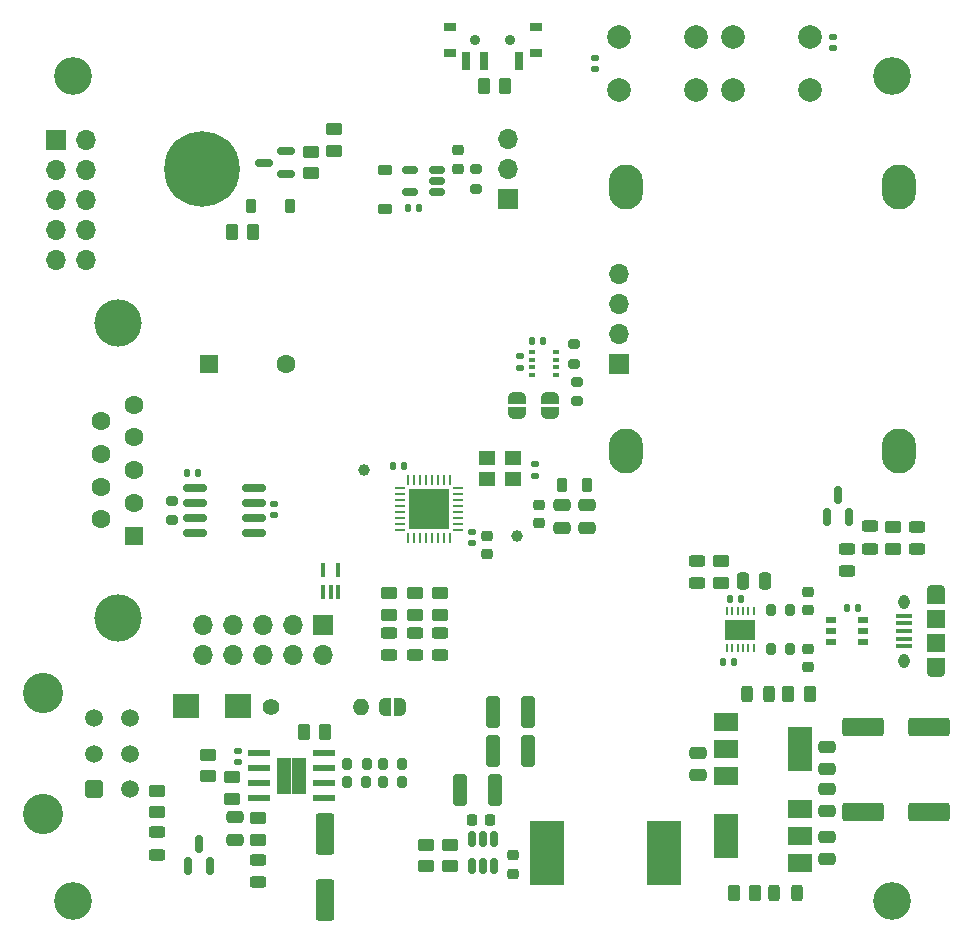
<source format=gbr>
%TF.GenerationSoftware,KiCad,Pcbnew,7.0.6*%
%TF.CreationDate,2023-12-02T19:53:02-07:00*%
%TF.ProjectId,H2 Sensor Board Lucy Rev 1,48322053-656e-4736-9f72-20426f617264,rev?*%
%TF.SameCoordinates,Original*%
%TF.FileFunction,Soldermask,Top*%
%TF.FilePolarity,Negative*%
%FSLAX46Y46*%
G04 Gerber Fmt 4.6, Leading zero omitted, Abs format (unit mm)*
G04 Created by KiCad (PCBNEW 7.0.6) date 2023-12-02 19:53:02*
%MOMM*%
%LPD*%
G01*
G04 APERTURE LIST*
G04 Aperture macros list*
%AMRoundRect*
0 Rectangle with rounded corners*
0 $1 Rounding radius*
0 $2 $3 $4 $5 $6 $7 $8 $9 X,Y pos of 4 corners*
0 Add a 4 corners polygon primitive as box body*
4,1,4,$2,$3,$4,$5,$6,$7,$8,$9,$2,$3,0*
0 Add four circle primitives for the rounded corners*
1,1,$1+$1,$2,$3*
1,1,$1+$1,$4,$5*
1,1,$1+$1,$6,$7*
1,1,$1+$1,$8,$9*
0 Add four rect primitives between the rounded corners*
20,1,$1+$1,$2,$3,$4,$5,0*
20,1,$1+$1,$4,$5,$6,$7,0*
20,1,$1+$1,$6,$7,$8,$9,0*
20,1,$1+$1,$8,$9,$2,$3,0*%
%AMFreePoly0*
4,1,19,0.500000,-0.750000,0.000000,-0.750000,0.000000,-0.744911,-0.071157,-0.744911,-0.207708,-0.704816,-0.327430,-0.627875,-0.420627,-0.520320,-0.479746,-0.390866,-0.500000,-0.250000,-0.500000,0.250000,-0.479746,0.390866,-0.420627,0.520320,-0.327430,0.627875,-0.207708,0.704816,-0.071157,0.744911,0.000000,0.744911,0.000000,0.750000,0.500000,0.750000,0.500000,-0.750000,0.500000,-0.750000,
$1*%
%AMFreePoly1*
4,1,19,0.000000,0.744911,0.071157,0.744911,0.207708,0.704816,0.327430,0.627875,0.420627,0.520320,0.479746,0.390866,0.500000,0.250000,0.500000,-0.250000,0.479746,-0.390866,0.420627,-0.520320,0.327430,-0.627875,0.207708,-0.704816,0.071157,-0.744911,0.000000,-0.744911,0.000000,-0.750000,-0.500000,-0.750000,-0.500000,0.750000,0.000000,0.750000,0.000000,0.744911,0.000000,0.744911,
$1*%
G04 Aperture macros list end*
%ADD10RoundRect,0.250001X0.499999X-0.499999X0.499999X0.499999X-0.499999X0.499999X-0.499999X-0.499999X0*%
%ADD11C,1.500000*%
%ADD12C,3.410000*%
%ADD13RoundRect,0.140000X-0.140000X-0.170000X0.140000X-0.170000X0.140000X0.170000X-0.140000X0.170000X0*%
%ADD14R,0.250000X0.650000*%
%ADD15R,2.500000X1.700000*%
%ADD16RoundRect,0.250000X-0.475000X0.250000X-0.475000X-0.250000X0.475000X-0.250000X0.475000X0.250000X0*%
%ADD17RoundRect,0.225000X-0.250000X0.225000X-0.250000X-0.225000X0.250000X-0.225000X0.250000X0.225000X0*%
%ADD18RoundRect,0.250000X0.475000X-0.250000X0.475000X0.250000X-0.475000X0.250000X-0.475000X-0.250000X0*%
%ADD19RoundRect,0.200000X-0.200000X-0.275000X0.200000X-0.275000X0.200000X0.275000X-0.200000X0.275000X0*%
%ADD20RoundRect,0.250000X0.450000X-0.262500X0.450000X0.262500X-0.450000X0.262500X-0.450000X-0.262500X0*%
%ADD21RoundRect,0.225000X-0.225000X-0.250000X0.225000X-0.250000X0.225000X0.250000X-0.225000X0.250000X0*%
%ADD22R,2.200000X2.150000*%
%ADD23RoundRect,0.250000X-0.250000X-0.475000X0.250000X-0.475000X0.250000X0.475000X-0.250000X0.475000X0*%
%ADD24RoundRect,0.062500X0.375000X0.062500X-0.375000X0.062500X-0.375000X-0.062500X0.375000X-0.062500X0*%
%ADD25RoundRect,0.062500X0.062500X0.375000X-0.062500X0.375000X-0.062500X-0.375000X0.062500X-0.375000X0*%
%ADD26R,3.450000X3.450000*%
%ADD27C,3.200000*%
%ADD28RoundRect,0.200000X0.200000X0.275000X-0.200000X0.275000X-0.200000X-0.275000X0.200000X-0.275000X0*%
%ADD29C,4.000000*%
%ADD30R,1.600000X1.600000*%
%ADD31C,1.600000*%
%ADD32RoundRect,0.200000X0.275000X-0.200000X0.275000X0.200000X-0.275000X0.200000X-0.275000X-0.200000X0*%
%ADD33RoundRect,0.250000X-0.325000X-1.100000X0.325000X-1.100000X0.325000X1.100000X-0.325000X1.100000X0*%
%ADD34RoundRect,0.250000X-0.450000X0.262500X-0.450000X-0.262500X0.450000X-0.262500X0.450000X0.262500X0*%
%ADD35RoundRect,0.150000X0.825000X0.150000X-0.825000X0.150000X-0.825000X-0.150000X0.825000X-0.150000X0*%
%ADD36FreePoly0,270.000000*%
%ADD37FreePoly1,270.000000*%
%ADD38RoundRect,0.218750X-0.218750X-0.381250X0.218750X-0.381250X0.218750X0.381250X-0.218750X0.381250X0*%
%ADD39RoundRect,0.140000X-0.170000X0.140000X-0.170000X-0.140000X0.170000X-0.140000X0.170000X0.140000X0*%
%ADD40R,1.910000X0.610000*%
%ADD41R,1.205000X1.550000*%
%ADD42RoundRect,0.140000X0.140000X0.170000X-0.140000X0.170000X-0.140000X-0.170000X0.140000X-0.170000X0*%
%ADD43R,0.500000X0.350000*%
%ADD44FreePoly0,0.000000*%
%ADD45FreePoly1,0.000000*%
%ADD46RoundRect,0.243750X-0.243750X-0.456250X0.243750X-0.456250X0.243750X0.456250X-0.243750X0.456250X0*%
%ADD47RoundRect,0.225000X0.250000X-0.225000X0.250000X0.225000X-0.250000X0.225000X-0.250000X-0.225000X0*%
%ADD48R,0.972299X0.558000*%
%ADD49C,1.000000*%
%ADD50RoundRect,0.150000X0.150000X-0.587500X0.150000X0.587500X-0.150000X0.587500X-0.150000X-0.587500X0*%
%ADD51RoundRect,0.243750X-0.456250X0.243750X-0.456250X-0.243750X0.456250X-0.243750X0.456250X0.243750X0*%
%ADD52O,2.900000X3.800000*%
%ADD53R,1.700000X1.700000*%
%ADD54O,1.700000X1.700000*%
%ADD55RoundRect,0.200000X-0.275000X0.200000X-0.275000X-0.200000X0.275000X-0.200000X0.275000X0.200000X0*%
%ADD56C,2.000000*%
%ADD57RoundRect,0.250000X0.325000X1.100000X-0.325000X1.100000X-0.325000X-1.100000X0.325000X-1.100000X0*%
%ADD58RoundRect,0.150000X0.587500X0.150000X-0.587500X0.150000X-0.587500X-0.150000X0.587500X-0.150000X0*%
%ADD59RoundRect,0.140000X0.170000X-0.140000X0.170000X0.140000X-0.170000X0.140000X-0.170000X-0.140000X0*%
%ADD60RoundRect,0.250000X-0.550000X1.500000X-0.550000X-1.500000X0.550000X-1.500000X0.550000X1.500000X0*%
%ADD61RoundRect,0.250000X-0.262500X-0.450000X0.262500X-0.450000X0.262500X0.450000X-0.262500X0.450000X0*%
%ADD62RoundRect,0.243750X0.456250X-0.243750X0.456250X0.243750X-0.456250X0.243750X-0.456250X-0.243750X0*%
%ADD63RoundRect,0.250000X0.262500X0.450000X-0.262500X0.450000X-0.262500X-0.450000X0.262500X-0.450000X0*%
%ADD64R,1.000000X0.800000*%
%ADD65C,0.900000*%
%ADD66R,0.700000X1.500000*%
%ADD67R,0.400000X1.200000*%
%ADD68R,1.400000X1.200000*%
%ADD69R,2.900000X5.400000*%
%ADD70R,1.350000X0.400000*%
%ADD71O,1.550000X0.890000*%
%ADD72R,1.550000X1.200000*%
%ADD73O,0.950000X1.250000*%
%ADD74R,1.550000X1.500000*%
%ADD75RoundRect,0.243750X0.243750X0.456250X-0.243750X0.456250X-0.243750X-0.456250X0.243750X-0.456250X0*%
%ADD76R,2.000000X1.500000*%
%ADD77R,2.000000X3.800000*%
%ADD78C,1.400000*%
%ADD79O,1.400000X1.400000*%
%ADD80RoundRect,0.225000X-0.375000X0.225000X-0.375000X-0.225000X0.375000X-0.225000X0.375000X0.225000X0*%
%ADD81RoundRect,0.250000X-1.500000X-0.550000X1.500000X-0.550000X1.500000X0.550000X-1.500000X0.550000X0*%
%ADD82RoundRect,0.225000X-0.225000X-0.375000X0.225000X-0.375000X0.225000X0.375000X-0.225000X0.375000X0*%
%ADD83C,6.400000*%
%ADD84RoundRect,0.150000X0.512500X0.150000X-0.512500X0.150000X-0.512500X-0.150000X0.512500X-0.150000X0*%
%ADD85RoundRect,0.150000X-0.150000X0.512500X-0.150000X-0.512500X0.150000X-0.512500X0.150000X0.512500X0*%
G04 APERTURE END LIST*
D10*
%TO.C,J2*%
X94787000Y-135334000D03*
D11*
X94787000Y-132334000D03*
X94787000Y-129334000D03*
X97787000Y-135334000D03*
X97787000Y-132334000D03*
X97787000Y-129334000D03*
D12*
X90467000Y-137484000D03*
X90467000Y-127184000D03*
%TD*%
D13*
%TO.C,C7*%
X120043000Y-107950000D03*
X121003000Y-107950000D03*
%TD*%
D14*
%TO.C,U8*%
X150604000Y-120309000D03*
X150154000Y-120309000D03*
X149704000Y-120309000D03*
X149254000Y-120309000D03*
X148804000Y-120309000D03*
X148354000Y-120309000D03*
X148354000Y-123409000D03*
X148804000Y-123409000D03*
X149254000Y-123409000D03*
X149704000Y-123409000D03*
X150154000Y-123409000D03*
X150604000Y-123409000D03*
D15*
X149479000Y-121859000D03*
%TD*%
D13*
%TO.C,C29*%
X131854000Y-97409000D03*
X132814000Y-97409000D03*
%TD*%
D16*
%TO.C,C22*%
X156845000Y-131765000D03*
X156845000Y-133665000D03*
%TD*%
D17*
%TO.C,C18*%
X130252000Y-140957000D03*
X130252000Y-142507000D03*
%TD*%
D18*
%TO.C,C23*%
X156845000Y-137221000D03*
X156845000Y-135321000D03*
%TD*%
D19*
%TO.C,R3*%
X116142000Y-134747000D03*
X117792000Y-134747000D03*
%TD*%
%TO.C,R2*%
X116218200Y-133197600D03*
X117868200Y-133197600D03*
%TD*%
D20*
%TO.C,R5*%
X104394000Y-134262500D03*
X104394000Y-132437500D03*
%TD*%
D21*
%TO.C,C15*%
X126733000Y-137922000D03*
X128283000Y-137922000D03*
%TD*%
D16*
%TO.C,C24*%
X156845000Y-139394000D03*
X156845000Y-141294000D03*
%TD*%
D22*
%TO.C,D10*%
X106975000Y-128270000D03*
X102575000Y-128270000D03*
%TD*%
D23*
%TO.C,C13*%
X149672000Y-117729000D03*
X151572000Y-117729000D03*
%TD*%
D24*
%TO.C,U1*%
X125568500Y-113373000D03*
X125568500Y-112873000D03*
X125568500Y-112373000D03*
X125568500Y-111873000D03*
X125568500Y-111373000D03*
X125568500Y-110873000D03*
X125568500Y-110373000D03*
X125568500Y-109873000D03*
D25*
X124881000Y-109185500D03*
X124381000Y-109185500D03*
X123881000Y-109185500D03*
X123381000Y-109185500D03*
X122881000Y-109185500D03*
X122381000Y-109185500D03*
X121881000Y-109185500D03*
X121381000Y-109185500D03*
D24*
X120693500Y-109873000D03*
X120693500Y-110373000D03*
X120693500Y-110873000D03*
X120693500Y-111373000D03*
X120693500Y-111873000D03*
X120693500Y-112373000D03*
X120693500Y-112873000D03*
X120693500Y-113373000D03*
D25*
X121381000Y-114060500D03*
X121881000Y-114060500D03*
X122381000Y-114060500D03*
X122881000Y-114060500D03*
X123381000Y-114060500D03*
X123881000Y-114060500D03*
X124381000Y-114060500D03*
X124881000Y-114060500D03*
D26*
X123131000Y-111623000D03*
%TD*%
D27*
%TO.C,H3*%
X162306000Y-144780000D03*
%TD*%
D28*
%TO.C,R27*%
X120840000Y-133223000D03*
X119190000Y-133223000D03*
%TD*%
D20*
%TO.C,R24*%
X115062000Y-81303500D03*
X115062000Y-79478500D03*
%TD*%
D29*
%TO.C,J3*%
X96751000Y-95843000D03*
X96751000Y-120843000D03*
D30*
X98171000Y-113883000D03*
D31*
X98171000Y-111113000D03*
X98171000Y-108343000D03*
X98171000Y-105573000D03*
X98171000Y-102803000D03*
X95331000Y-112498000D03*
X95331000Y-109728000D03*
X95331000Y-106958000D03*
X95331000Y-104188000D03*
%TD*%
D32*
%TO.C,R25*%
X127127000Y-84518000D03*
X127127000Y-82868000D03*
%TD*%
D33*
%TO.C,C28*%
X125779000Y-135382000D03*
X128729000Y-135382000D03*
%TD*%
D34*
%TO.C,R7*%
X100076000Y-135485500D03*
X100076000Y-137310500D03*
%TD*%
D35*
%TO.C,U7*%
X108266000Y-113665000D03*
X108266000Y-112395000D03*
X108266000Y-111125000D03*
X108266000Y-109855000D03*
X103316000Y-109855000D03*
X103316000Y-111125000D03*
X103316000Y-112395000D03*
X103316000Y-113665000D03*
%TD*%
D36*
%TO.C,JP1*%
X133350000Y-102220000D03*
D37*
X133350000Y-103520000D03*
%TD*%
D38*
%TO.C,FB1*%
X134400000Y-109601000D03*
X136525000Y-109601000D03*
%TD*%
D39*
%TO.C,C8*%
X126746000Y-113566000D03*
X126746000Y-114526000D03*
%TD*%
D34*
%TO.C,R6*%
X106426000Y-134342500D03*
X106426000Y-136167500D03*
%TD*%
D20*
%TO.C,R16*%
X147828000Y-117879500D03*
X147828000Y-116054500D03*
%TD*%
D40*
%TO.C,U4*%
X108704000Y-132325000D03*
X108704000Y-133595000D03*
X108704000Y-134865000D03*
X108704000Y-136135000D03*
X114264000Y-136135000D03*
X114264000Y-134865000D03*
X114264000Y-133595000D03*
X114264000Y-132325000D03*
D41*
X110881500Y-133455000D03*
X110881500Y-135005000D03*
X112086500Y-133455000D03*
X112086500Y-135005000D03*
%TD*%
D39*
%TO.C,C3*%
X137160000Y-73447000D03*
X137160000Y-74407000D03*
%TD*%
D42*
%TO.C,C5*%
X103604000Y-108585000D03*
X102644000Y-108585000D03*
%TD*%
D17*
%TO.C,C26*%
X155187000Y-118671000D03*
X155187000Y-120221000D03*
%TD*%
D43*
%TO.C,U9*%
X133876000Y-98339000D03*
X133876000Y-98989000D03*
X133876000Y-99639000D03*
X133876000Y-100289000D03*
X131826000Y-100289000D03*
X131826000Y-99639000D03*
X131826000Y-98989000D03*
X131826000Y-98339000D03*
%TD*%
D34*
%TO.C,R19*%
X162407600Y-113159000D03*
X162407600Y-114984000D03*
%TD*%
D27*
%TO.C,H2*%
X162306000Y-74930000D03*
%TD*%
D44*
%TO.C,JP3*%
X119365000Y-128397000D03*
D45*
X120665000Y-128397000D03*
%TD*%
D46*
%TO.C,D2*%
X150022000Y-127305000D03*
X151897000Y-127305000D03*
%TD*%
D47*
%TO.C,C31*%
X125603000Y-82817000D03*
X125603000Y-81267000D03*
%TD*%
D48*
%TO.C,D13*%
X159858451Y-122920801D03*
X159858451Y-121970800D03*
X159858451Y-121020799D03*
X157133549Y-121020799D03*
X157133549Y-121970800D03*
X157133549Y-122920801D03*
%TD*%
D49*
%TO.C,TP2*%
X130556000Y-113919000D03*
%TD*%
D34*
%TO.C,R23*%
X113108500Y-81383500D03*
X113108500Y-83208500D03*
%TD*%
D50*
%TO.C,D11*%
X156784000Y-112313500D03*
X158684000Y-112313500D03*
X157734000Y-110438500D03*
%TD*%
D34*
%TO.C,R9*%
X122886000Y-140057500D03*
X122886000Y-141882500D03*
%TD*%
D51*
%TO.C,D14*%
X164439600Y-113134000D03*
X164439600Y-115009000D03*
%TD*%
D52*
%TO.C,J8*%
X139827000Y-106680000D03*
X162941000Y-106680000D03*
X139827000Y-84328000D03*
X162941000Y-84328000D03*
D53*
X139192000Y-99314000D03*
D54*
X139192000Y-96774000D03*
X139192000Y-94234000D03*
X139192000Y-91694000D03*
%TD*%
D17*
%TO.C,C10*%
X132461000Y-111305000D03*
X132461000Y-112855000D03*
%TD*%
D55*
%TO.C,R21*%
X135382000Y-97664000D03*
X135382000Y-99314000D03*
%TD*%
D56*
%TO.C,SW2*%
X148844000Y-71664000D03*
X155344000Y-71664000D03*
X148844000Y-76164000D03*
X155344000Y-76164000D03*
%TD*%
D57*
%TO.C,C16*%
X131523000Y-128778000D03*
X128573000Y-128778000D03*
%TD*%
D53*
%TO.C,J4*%
X91562000Y-80391000D03*
D54*
X94102000Y-80391000D03*
X91562000Y-82931000D03*
X94102000Y-82931000D03*
X91562000Y-85471000D03*
X94102000Y-85471000D03*
X91562000Y-88011000D03*
X94102000Y-88011000D03*
X91562000Y-90551000D03*
X94102000Y-90551000D03*
%TD*%
D58*
%TO.C,Q2*%
X110998000Y-83246000D03*
X110998000Y-81346000D03*
X109123000Y-82296000D03*
%TD*%
D20*
%TO.C,R15*%
X119761000Y-120595000D03*
X119761000Y-118770000D03*
%TD*%
D28*
%TO.C,R28*%
X120840000Y-134747000D03*
X119190000Y-134747000D03*
%TD*%
D59*
%TO.C,C4*%
X109982000Y-112138400D03*
X109982000Y-111178400D03*
%TD*%
D16*
%TO.C,C25*%
X106680000Y-137734000D03*
X106680000Y-139634000D03*
%TD*%
D60*
%TO.C,C20*%
X114356500Y-139125000D03*
X114356500Y-144725000D03*
%TD*%
D27*
%TO.C,H1*%
X92964000Y-74930000D03*
%TD*%
D61*
%TO.C,R11*%
X148917500Y-144154000D03*
X150742500Y-144154000D03*
%TD*%
D62*
%TO.C,D8*%
X119761000Y-124000500D03*
X119761000Y-122125500D03*
%TD*%
D63*
%TO.C,R10*%
X155379500Y-127305000D03*
X153554500Y-127305000D03*
%TD*%
D39*
%TO.C,C1*%
X132080000Y-107851000D03*
X132080000Y-108811000D03*
%TD*%
D42*
%TO.C,C14*%
X149578000Y-119253000D03*
X148618000Y-119253000D03*
%TD*%
D64*
%TO.C,SW1*%
X132162000Y-73010000D03*
X132162000Y-70800000D03*
D65*
X130012000Y-71900000D03*
X127012000Y-71900000D03*
D64*
X124862000Y-73010000D03*
X124862000Y-70800000D03*
D66*
X130762000Y-73660000D03*
X127762000Y-73660000D03*
X126262000Y-73660000D03*
%TD*%
D13*
%TO.C,C35*%
X121313000Y-86106000D03*
X122273000Y-86106000D03*
%TD*%
D62*
%TO.C,F1*%
X160477200Y-114983500D03*
X160477200Y-113108500D03*
%TD*%
D18*
%TO.C,C21*%
X145923000Y-134173000D03*
X145923000Y-132273000D03*
%TD*%
D56*
%TO.C,SW3*%
X139244000Y-71664000D03*
X145744000Y-71664000D03*
X139244000Y-76164000D03*
X145744000Y-76164000D03*
%TD*%
D42*
%TO.C,C27*%
X159484000Y-119989600D03*
X158524000Y-119989600D03*
%TD*%
D27*
%TO.C,H4*%
X93000000Y-144780000D03*
%TD*%
D67*
%TO.C,IC1*%
X114158000Y-118679000D03*
X114808000Y-118679000D03*
X115458000Y-118679000D03*
X115458000Y-116779000D03*
X114158000Y-116779000D03*
%TD*%
D68*
%TO.C,U2*%
X130259000Y-107354000D03*
X128059000Y-107354000D03*
X128059000Y-109054000D03*
X130259000Y-109054000D03*
%TD*%
D69*
%TO.C,L1*%
X133102000Y-140716000D03*
X143002000Y-140716000D03*
%TD*%
D30*
%TO.C,BZ1*%
X104498000Y-99314000D03*
D31*
X110998000Y-99314000D03*
%TD*%
D70*
%TO.C,J6*%
X163315000Y-123265000D03*
X163315000Y-122615000D03*
X163315000Y-121965000D03*
X163315000Y-121315000D03*
X163315000Y-120665000D03*
D71*
X166015000Y-125465000D03*
D72*
X166015000Y-124865000D03*
D73*
X163315000Y-124465000D03*
D74*
X166015000Y-122965000D03*
X166015000Y-120965000D03*
D73*
X163315000Y-119465000D03*
D72*
X166015000Y-119065000D03*
D71*
X166015000Y-118465000D03*
%TD*%
D75*
%TO.C,D3*%
X154245000Y-144154000D03*
X152370000Y-144154000D03*
%TD*%
D16*
%TO.C,C11*%
X134366000Y-111318000D03*
X134366000Y-113218000D03*
%TD*%
D76*
%TO.C,U3*%
X148234000Y-129653000D03*
X148234000Y-131953000D03*
D77*
X154534000Y-131953000D03*
D76*
X148234000Y-134253000D03*
%TD*%
D50*
%TO.C,Q1*%
X102682000Y-141829000D03*
X104582000Y-141829000D03*
X103632000Y-139954000D03*
%TD*%
D42*
%TO.C,C6*%
X148943000Y-124587000D03*
X147983000Y-124587000D03*
%TD*%
D39*
%TO.C,C2*%
X157353000Y-71656000D03*
X157353000Y-72616000D03*
%TD*%
D19*
%TO.C,R18*%
X152076000Y-120208000D03*
X153726000Y-120208000D03*
%TD*%
D20*
%TO.C,R13*%
X124079000Y-120595000D03*
X124079000Y-118770000D03*
%TD*%
D61*
%TO.C,R1*%
X127738500Y-75819000D03*
X129563500Y-75819000D03*
%TD*%
D59*
%TO.C,C30*%
X130810000Y-99667000D03*
X130810000Y-98707000D03*
%TD*%
D36*
%TO.C,JP2*%
X130556000Y-102220000D03*
D37*
X130556000Y-103520000D03*
%TD*%
D63*
%TO.C,R4*%
X114348900Y-130505200D03*
X112523900Y-130505200D03*
%TD*%
D62*
%TO.C,D4*%
X108641500Y-143237500D03*
X108641500Y-141362500D03*
%TD*%
D47*
%TO.C,C19*%
X155187000Y-125047000D03*
X155187000Y-123497000D03*
%TD*%
D32*
%TO.C,R22*%
X135636000Y-102488000D03*
X135636000Y-100838000D03*
%TD*%
D51*
%TO.C,D12*%
X145796000Y-116029500D03*
X145796000Y-117904500D03*
%TD*%
D78*
%TO.C,R20*%
X109728000Y-128397000D03*
D79*
X117348000Y-128397000D03*
%TD*%
D17*
%TO.C,C9*%
X128016000Y-113906000D03*
X128016000Y-115456000D03*
%TD*%
D80*
%TO.C,D5*%
X119380000Y-82932000D03*
X119380000Y-86232000D03*
%TD*%
D59*
%TO.C,C32*%
X106934000Y-133040000D03*
X106934000Y-132080000D03*
%TD*%
D81*
%TO.C,C34*%
X159887000Y-137287000D03*
X165487000Y-137287000D03*
%TD*%
D62*
%TO.C,D7*%
X121920000Y-124000500D03*
X121920000Y-122125500D03*
%TD*%
D20*
%TO.C,R14*%
X121920000Y-120595000D03*
X121920000Y-118770000D03*
%TD*%
D34*
%TO.C,R8*%
X124918000Y-140057500D03*
X124918000Y-141882500D03*
%TD*%
D62*
%TO.C,D1*%
X100076000Y-140891500D03*
X100076000Y-139016500D03*
%TD*%
D63*
%TO.C,R29*%
X108251000Y-88138000D03*
X106426000Y-88138000D03*
%TD*%
D82*
%TO.C,D15*%
X108078000Y-85979000D03*
X111378000Y-85979000D03*
%TD*%
D53*
%TO.C,J5*%
X114173000Y-121412000D03*
D54*
X114173000Y-123952000D03*
X111633000Y-121412000D03*
X111633000Y-123952000D03*
X109093000Y-121412000D03*
X109093000Y-123952000D03*
X106553000Y-121412000D03*
X106553000Y-123952000D03*
X104013000Y-121412000D03*
X104013000Y-123952000D03*
%TD*%
D34*
%TO.C,R12*%
X108641500Y-137831500D03*
X108641500Y-139656500D03*
%TD*%
D83*
%TO.C,U10*%
X103886000Y-82804000D03*
D53*
X129794000Y-85344000D03*
D54*
X129794000Y-82804000D03*
X129794000Y-80264000D03*
%TD*%
D81*
%TO.C,C33*%
X159887000Y-130048000D03*
X165487000Y-130048000D03*
%TD*%
D84*
%TO.C,U11*%
X123814000Y-84831000D03*
X123814000Y-83881000D03*
X123814000Y-82931000D03*
X121539000Y-82931000D03*
X121539000Y-84831000D03*
%TD*%
D62*
%TO.C,D6*%
X124079000Y-124000500D03*
X124079000Y-122125500D03*
%TD*%
D57*
%TO.C,C17*%
X131523000Y-132080000D03*
X128573000Y-132080000D03*
%TD*%
D76*
%TO.C,U6*%
X154534000Y-141619000D03*
X154534000Y-139319000D03*
D77*
X148234000Y-139319000D03*
D76*
X154534000Y-137019000D03*
%TD*%
D49*
%TO.C,TP1*%
X117602000Y-108331000D03*
%TD*%
D19*
%TO.C,R17*%
X152076000Y-123510000D03*
X153726000Y-123510000D03*
%TD*%
D16*
%TO.C,C12*%
X136525000Y-111318000D03*
X136525000Y-113218000D03*
%TD*%
D85*
%TO.C,U5*%
X128662000Y-139578500D03*
X127712000Y-139578500D03*
X126762000Y-139578500D03*
X126762000Y-141853500D03*
X127712000Y-141853500D03*
X128662000Y-141853500D03*
%TD*%
D32*
%TO.C,R26*%
X101346000Y-112585000D03*
X101346000Y-110935000D03*
%TD*%
D51*
%TO.C,D9*%
X158496000Y-115010500D03*
X158496000Y-116885500D03*
%TD*%
M02*

</source>
